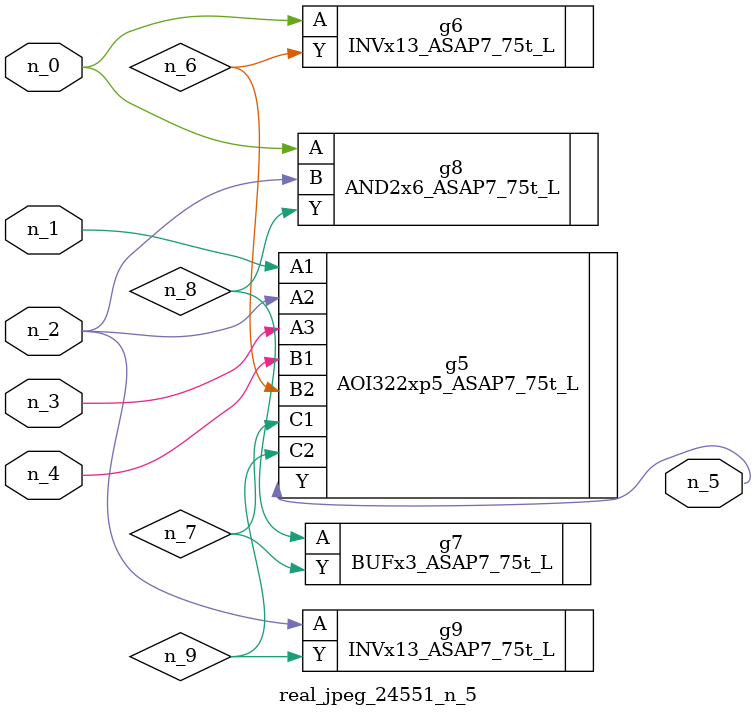
<source format=v>
module real_jpeg_24551_n_5 (n_4, n_0, n_1, n_2, n_3, n_5);

input n_4;
input n_0;
input n_1;
input n_2;
input n_3;

output n_5;

wire n_8;
wire n_6;
wire n_7;
wire n_9;

INVx13_ASAP7_75t_L g6 ( 
.A(n_0),
.Y(n_6)
);

AND2x6_ASAP7_75t_L g8 ( 
.A(n_0),
.B(n_2),
.Y(n_8)
);

AOI322xp5_ASAP7_75t_L g5 ( 
.A1(n_1),
.A2(n_2),
.A3(n_3),
.B1(n_4),
.B2(n_6),
.C1(n_7),
.C2(n_9),
.Y(n_5)
);

INVx13_ASAP7_75t_L g9 ( 
.A(n_2),
.Y(n_9)
);

BUFx3_ASAP7_75t_L g7 ( 
.A(n_8),
.Y(n_7)
);


endmodule
</source>
